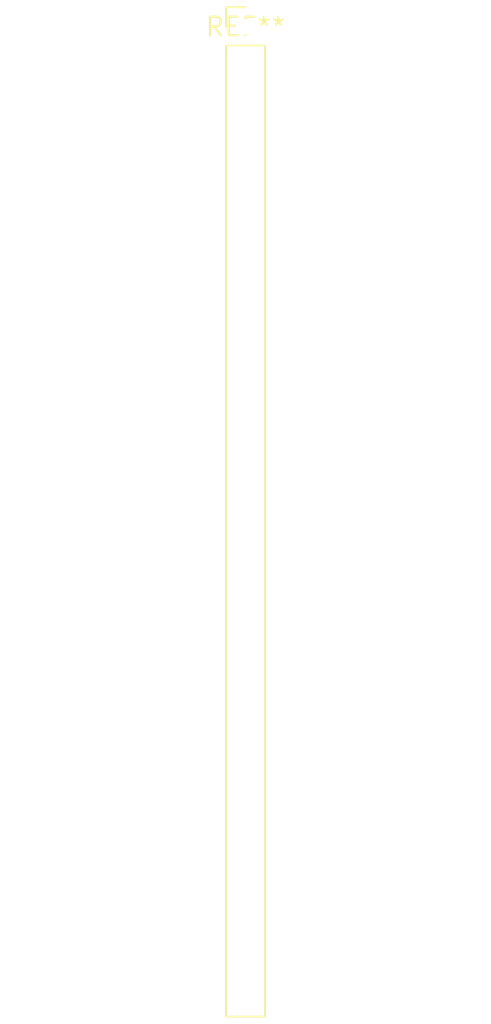
<source format=kicad_pcb>
(kicad_pcb (version 20240108) (generator pcbnew)
  (layers (0 "F.Cu" signal) (31 "B.Cu" signal) (34 "B.Paste" user) (35 "F.Paste" user) (36 "B.SilkS" user "B.Silkscreen") (37 "F.SilkS" user "F.Silkscreen") (38 "B.Mask" user) (39 "F.Mask" user) (44 "Edge.Cuts" user))
  (net 0 "")
  (footprint "PinHeader_1x27_P2.54mm_Vertical" (layer "F.Cu") (at 0 0)
    (property "Reference" "REF**")
    (property "Value" "PinHeader_1x27_P2.54mm_Vertical")
    (fp_line (start -1.33 -1.33) (end 0 -1.33) (layer "F.SilkS") (stroke (width 0.12)))
    (fp_line (start -1.33 0) (end -1.33 -1.33) (layer "F.SilkS") (stroke (width 0.12)))
    (fp_line (start -1.33 1.27) (end -1.33 67.37) (layer "F.SilkS") (stroke (width 0.12)))
    (fp_line (start -1.33 1.27) (end 1.33 1.27) (layer "F.SilkS") (stroke (width 0.12)))
    (fp_line (start -1.33 67.37) (end 1.33 67.37) (layer "F.SilkS") (stroke (width 0.12)))
    (fp_line (start 1.33 1.27) (end 1.33 67.37) (layer "F.SilkS") (stroke (width 0.12)))
    (pad "1" thru_hole rect (at 0 0) (size 1.7 1.7) (drill 1) (layers *.Cu *.Mask) (remove_unused_layers))
    (pad "2" thru_hole oval (at 0 2.54) (size 1.7 1.7) (drill 1) (layers *.Cu *.Mask) (remove_unused_layers))
    (pad "3" thru_hole oval (at 0 5.08) (size 1.7 1.7) (drill 1) (layers *.Cu *.Mask) (remove_unused_layers))
    (pad "4" thru_hole oval (at 0 7.62) (size 1.7 1.7) (drill 1) (layers *.Cu *.Mask) (remove_unused_layers))
    (pad "5" thru_hole oval (at 0 10.16) (size 1.7 1.7) (drill 1) (layers *.Cu *.Mask) (remove_unused_layers))
    (pad "6" thru_hole oval (at 0 12.7) (size 1.7 1.7) (drill 1) (layers *.Cu *.Mask) (remove_unused_layers))
    (pad "7" thru_hole oval (at 0 15.24) (size 1.7 1.7) (drill 1) (layers *.Cu *.Mask) (remove_unused_layers))
    (pad "8" thru_hole oval (at 0 17.78) (size 1.7 1.7) (drill 1) (layers *.Cu *.Mask) (remove_unused_layers))
    (pad "9" thru_hole oval (at 0 20.32) (size 1.7 1.7) (drill 1) (layers *.Cu *.Mask) (remove_unused_layers))
    (pad "10" thru_hole oval (at 0 22.86) (size 1.7 1.7) (drill 1) (layers *.Cu *.Mask) (remove_unused_layers))
    (pad "11" thru_hole oval (at 0 25.4) (size 1.7 1.7) (drill 1) (layers *.Cu *.Mask) (remove_unused_layers))
    (pad "12" thru_hole oval (at 0 27.94) (size 1.7 1.7) (drill 1) (layers *.Cu *.Mask) (remove_unused_layers))
    (pad "13" thru_hole oval (at 0 30.48) (size 1.7 1.7) (drill 1) (layers *.Cu *.Mask) (remove_unused_layers))
    (pad "14" thru_hole oval (at 0 33.02) (size 1.7 1.7) (drill 1) (layers *.Cu *.Mask) (remove_unused_layers))
    (pad "15" thru_hole oval (at 0 35.56) (size 1.7 1.7) (drill 1) (layers *.Cu *.Mask) (remove_unused_layers))
    (pad "16" thru_hole oval (at 0 38.1) (size 1.7 1.7) (drill 1) (layers *.Cu *.Mask) (remove_unused_layers))
    (pad "17" thru_hole oval (at 0 40.64) (size 1.7 1.7) (drill 1) (layers *.Cu *.Mask) (remove_unused_layers))
    (pad "18" thru_hole oval (at 0 43.18) (size 1.7 1.7) (drill 1) (layers *.Cu *.Mask) (remove_unused_layers))
    (pad "19" thru_hole oval (at 0 45.72) (size 1.7 1.7) (drill 1) (layers *.Cu *.Mask) (remove_unused_layers))
    (pad "20" thru_hole oval (at 0 48.26) (size 1.7 1.7) (drill 1) (layers *.Cu *.Mask) (remove_unused_layers))
    (pad "21" thru_hole oval (at 0 50.8) (size 1.7 1.7) (drill 1) (layers *.Cu *.Mask) (remove_unused_layers))
    (pad "22" thru_hole oval (at 0 53.34) (size 1.7 1.7) (drill 1) (layers *.Cu *.Mask) (remove_unused_layers))
    (pad "23" thru_hole oval (at 0 55.88) (size 1.7 1.7) (drill 1) (layers *.Cu *.Mask) (remove_unused_layers))
    (pad "24" thru_hole oval (at 0 58.42) (size 1.7 1.7) (drill 1) (layers *.Cu *.Mask) (remove_unused_layers))
    (pad "25" thru_hole oval (at 0 60.96) (size 1.7 1.7) (drill 1) (layers *.Cu *.Mask) (remove_unused_layers))
    (pad "26" thru_hole oval (at 0 63.5) (size 1.7 1.7) (drill 1) (layers *.Cu *.Mask) (remove_unused_layers))
    (pad "27" thru_hole oval (at 0 66.04) (size 1.7 1.7) (drill 1) (layers *.Cu *.Mask) (remove_unused_layers))
  )
)
</source>
